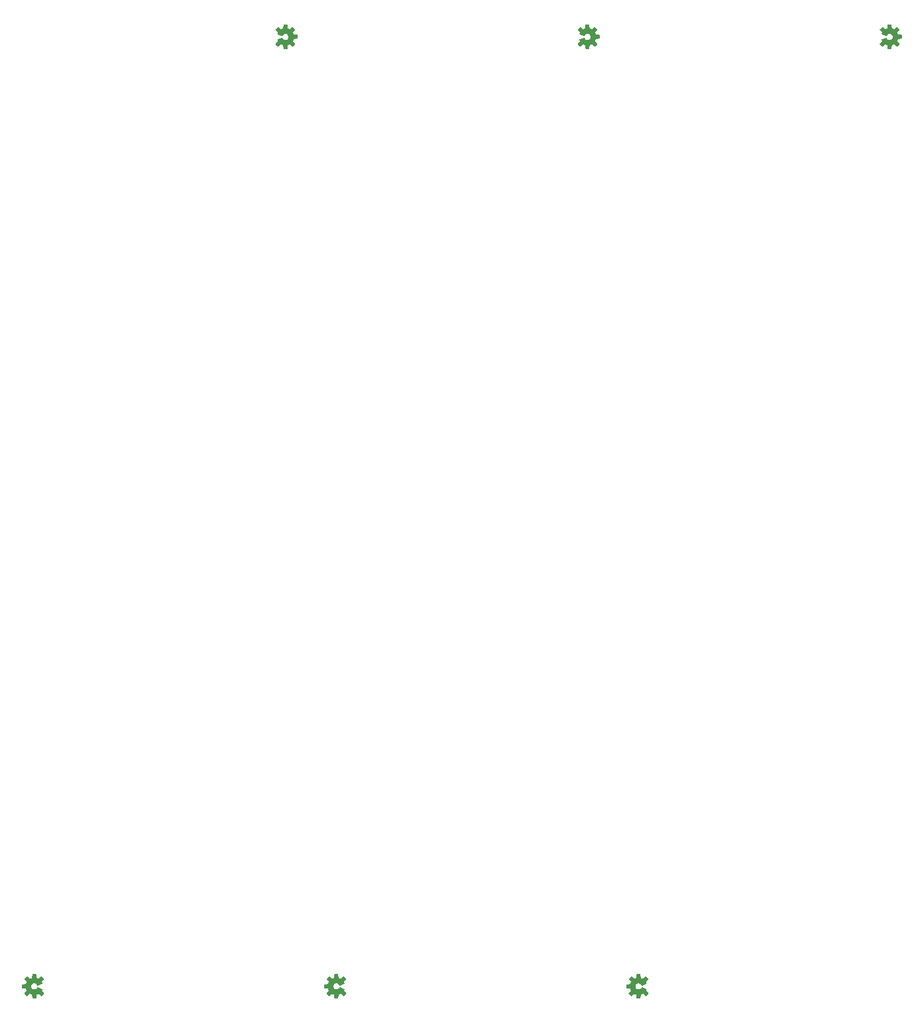
<source format=gbo>
G04 EAGLE Gerber RS-274X export*
G75*
%MOMM*%
%FSLAX34Y34*%
%LPD*%
%INSilkscreen Bottom*%
%IPPOS*%
%AMOC8*
5,1,8,0,0,1.08239X$1,22.5*%
G01*

G36*
X1122126Y1271678D02*
X1122126Y1271678D01*
X1122234Y1271692D01*
X1122246Y1271698D01*
X1122260Y1271700D01*
X1122355Y1271751D01*
X1122453Y1271799D01*
X1122463Y1271808D01*
X1122475Y1271815D01*
X1122549Y1271894D01*
X1122626Y1271970D01*
X1122632Y1271983D01*
X1122642Y1271993D01*
X1122686Y1272092D01*
X1122735Y1272189D01*
X1122738Y1272206D01*
X1122742Y1272215D01*
X1122745Y1272237D01*
X1122764Y1272334D01*
X1123207Y1276684D01*
X1124366Y1277056D01*
X1124384Y1277065D01*
X1124481Y1277103D01*
X1125563Y1277661D01*
X1128952Y1274897D01*
X1129046Y1274843D01*
X1129139Y1274785D01*
X1129152Y1274782D01*
X1129164Y1274775D01*
X1129271Y1274755D01*
X1129376Y1274730D01*
X1129390Y1274731D01*
X1129404Y1274729D01*
X1129511Y1274743D01*
X1129619Y1274754D01*
X1129632Y1274759D01*
X1129645Y1274761D01*
X1129743Y1274809D01*
X1129841Y1274854D01*
X1129855Y1274865D01*
X1129864Y1274870D01*
X1129879Y1274885D01*
X1129956Y1274948D01*
X1132541Y1277533D01*
X1132604Y1277621D01*
X1132670Y1277707D01*
X1132675Y1277720D01*
X1132683Y1277731D01*
X1132714Y1277834D01*
X1132750Y1277937D01*
X1132750Y1277951D01*
X1132754Y1277964D01*
X1132750Y1278073D01*
X1132751Y1278181D01*
X1132746Y1278195D01*
X1132746Y1278208D01*
X1132708Y1278310D01*
X1132673Y1278413D01*
X1132663Y1278428D01*
X1132660Y1278437D01*
X1132646Y1278454D01*
X1132592Y1278536D01*
X1129828Y1281926D01*
X1130385Y1283008D01*
X1130391Y1283027D01*
X1130433Y1283122D01*
X1130804Y1284282D01*
X1135155Y1284724D01*
X1135259Y1284752D01*
X1135365Y1284777D01*
X1135377Y1284784D01*
X1135390Y1284788D01*
X1135480Y1284848D01*
X1135572Y1284906D01*
X1135581Y1284916D01*
X1135593Y1284924D01*
X1135659Y1285010D01*
X1135727Y1285094D01*
X1135732Y1285107D01*
X1135741Y1285118D01*
X1135775Y1285221D01*
X1135814Y1285322D01*
X1135815Y1285340D01*
X1135818Y1285349D01*
X1135818Y1285371D01*
X1135828Y1285469D01*
X1135828Y1289125D01*
X1135810Y1289233D01*
X1135797Y1289340D01*
X1135791Y1289352D01*
X1135788Y1289366D01*
X1135737Y1289462D01*
X1135690Y1289559D01*
X1135680Y1289569D01*
X1135673Y1289581D01*
X1135594Y1289656D01*
X1135518Y1289733D01*
X1135505Y1289739D01*
X1135495Y1289748D01*
X1135397Y1289793D01*
X1135299Y1289841D01*
X1135282Y1289845D01*
X1135273Y1289849D01*
X1135251Y1289851D01*
X1135155Y1289871D01*
X1130804Y1290313D01*
X1130433Y1291473D01*
X1130423Y1291491D01*
X1130385Y1291587D01*
X1129828Y1292669D01*
X1132592Y1296059D01*
X1132645Y1296153D01*
X1132703Y1296245D01*
X1132706Y1296259D01*
X1132713Y1296271D01*
X1132734Y1296377D01*
X1132758Y1296483D01*
X1132757Y1296497D01*
X1132760Y1296510D01*
X1132745Y1296618D01*
X1132735Y1296726D01*
X1132729Y1296738D01*
X1132727Y1296752D01*
X1132679Y1296849D01*
X1132634Y1296948D01*
X1132623Y1296962D01*
X1132619Y1296970D01*
X1132603Y1296986D01*
X1132541Y1297062D01*
X1129956Y1299647D01*
X1129867Y1299711D01*
X1129782Y1299777D01*
X1129768Y1299781D01*
X1129757Y1299789D01*
X1129654Y1299821D01*
X1129551Y1299856D01*
X1129537Y1299856D01*
X1129524Y1299860D01*
X1129416Y1299857D01*
X1129307Y1299857D01*
X1129294Y1299853D01*
X1129280Y1299852D01*
X1129178Y1299814D01*
X1129075Y1299780D01*
X1129061Y1299770D01*
X1129052Y1299766D01*
X1129035Y1299753D01*
X1128952Y1299698D01*
X1125563Y1296934D01*
X1124481Y1297492D01*
X1124461Y1297498D01*
X1124366Y1297539D01*
X1123207Y1297910D01*
X1122764Y1302261D01*
X1122736Y1302366D01*
X1122711Y1302472D01*
X1122704Y1302483D01*
X1122700Y1302497D01*
X1122640Y1302587D01*
X1122583Y1302679D01*
X1122572Y1302688D01*
X1122564Y1302699D01*
X1122478Y1302765D01*
X1122394Y1302834D01*
X1122381Y1302839D01*
X1122370Y1302847D01*
X1122267Y1302882D01*
X1122166Y1302920D01*
X1122148Y1302922D01*
X1122139Y1302925D01*
X1122117Y1302925D01*
X1122019Y1302935D01*
X1118363Y1302935D01*
X1118255Y1302917D01*
X1118148Y1302903D01*
X1118136Y1302897D01*
X1118122Y1302895D01*
X1118026Y1302844D01*
X1117929Y1302796D01*
X1117919Y1302786D01*
X1117907Y1302780D01*
X1117833Y1302701D01*
X1117756Y1302624D01*
X1117749Y1302612D01*
X1117740Y1302602D01*
X1117695Y1302503D01*
X1117647Y1302406D01*
X1117643Y1302389D01*
X1117639Y1302380D01*
X1117637Y1302358D01*
X1117617Y1302261D01*
X1117175Y1297910D01*
X1116016Y1297539D01*
X1115998Y1297530D01*
X1115901Y1297492D01*
X1114819Y1296934D01*
X1111429Y1299698D01*
X1111335Y1299752D01*
X1111243Y1299809D01*
X1111230Y1299813D01*
X1111218Y1299819D01*
X1111111Y1299840D01*
X1111005Y1299865D01*
X1110992Y1299864D01*
X1110978Y1299866D01*
X1110871Y1299852D01*
X1110763Y1299841D01*
X1110750Y1299836D01*
X1110736Y1299834D01*
X1110639Y1299786D01*
X1110540Y1299741D01*
X1110527Y1299730D01*
X1110518Y1299725D01*
X1110502Y1299710D01*
X1110426Y1299647D01*
X1107841Y1297062D01*
X1107778Y1296974D01*
X1107711Y1296888D01*
X1107707Y1296875D01*
X1107699Y1296864D01*
X1107667Y1296760D01*
X1107632Y1296657D01*
X1107632Y1296644D01*
X1107628Y1296630D01*
X1107632Y1296522D01*
X1107631Y1296413D01*
X1107635Y1296400D01*
X1107636Y1296387D01*
X1107674Y1296285D01*
X1107709Y1296182D01*
X1107718Y1296167D01*
X1107722Y1296158D01*
X1107736Y1296141D01*
X1107790Y1296059D01*
X1110554Y1292669D01*
X1109997Y1291588D01*
X1109980Y1291535D01*
X1109954Y1291486D01*
X1109943Y1291419D01*
X1109922Y1291355D01*
X1109923Y1291300D01*
X1109914Y1291245D01*
X1109924Y1291179D01*
X1109925Y1291111D01*
X1109944Y1291059D01*
X1109953Y1291004D01*
X1109985Y1290945D01*
X1110007Y1290881D01*
X1110042Y1290838D01*
X1110068Y1290789D01*
X1110117Y1290743D01*
X1110159Y1290690D01*
X1110205Y1290660D01*
X1110246Y1290622D01*
X1110351Y1290566D01*
X1110364Y1290558D01*
X1110369Y1290556D01*
X1110376Y1290552D01*
X1115573Y1288399D01*
X1115672Y1288376D01*
X1115769Y1288348D01*
X1115790Y1288349D01*
X1115811Y1288344D01*
X1115912Y1288354D01*
X1116013Y1288358D01*
X1116033Y1288366D01*
X1116054Y1288368D01*
X1116146Y1288410D01*
X1116241Y1288446D01*
X1116257Y1288460D01*
X1116276Y1288468D01*
X1116350Y1288538D01*
X1116428Y1288603D01*
X1116444Y1288625D01*
X1116454Y1288635D01*
X1116465Y1288656D01*
X1116513Y1288724D01*
X1117019Y1289623D01*
X1117663Y1290310D01*
X1118451Y1290824D01*
X1119339Y1291136D01*
X1120276Y1291228D01*
X1121208Y1291095D01*
X1122082Y1290744D01*
X1122847Y1290196D01*
X1123460Y1289481D01*
X1123885Y1288642D01*
X1124099Y1287725D01*
X1124089Y1286784D01*
X1123855Y1285872D01*
X1123411Y1285041D01*
X1122783Y1284340D01*
X1122006Y1283809D01*
X1121125Y1283477D01*
X1120190Y1283364D01*
X1119272Y1283473D01*
X1118405Y1283792D01*
X1117636Y1284306D01*
X1117009Y1284985D01*
X1116514Y1285869D01*
X1116450Y1285950D01*
X1116390Y1286033D01*
X1116374Y1286045D01*
X1116361Y1286060D01*
X1116275Y1286115D01*
X1116192Y1286175D01*
X1116173Y1286181D01*
X1116156Y1286192D01*
X1116056Y1286216D01*
X1115958Y1286246D01*
X1115938Y1286246D01*
X1115919Y1286250D01*
X1115817Y1286242D01*
X1115714Y1286238D01*
X1115690Y1286231D01*
X1115676Y1286230D01*
X1115653Y1286220D01*
X1115573Y1286196D01*
X1110376Y1284043D01*
X1110329Y1284013D01*
X1110277Y1283993D01*
X1110226Y1283949D01*
X1110169Y1283914D01*
X1110134Y1283871D01*
X1110091Y1283835D01*
X1110057Y1283777D01*
X1110014Y1283725D01*
X1109994Y1283673D01*
X1109966Y1283626D01*
X1109952Y1283560D01*
X1109928Y1283497D01*
X1109926Y1283441D01*
X1109914Y1283387D01*
X1109922Y1283320D01*
X1109920Y1283253D01*
X1109936Y1283200D01*
X1109942Y1283145D01*
X1109986Y1283033D01*
X1109991Y1283019D01*
X1109994Y1283015D01*
X1109997Y1283007D01*
X1110554Y1281926D01*
X1107790Y1278536D01*
X1107736Y1278442D01*
X1107679Y1278350D01*
X1107676Y1278336D01*
X1107669Y1278324D01*
X1107648Y1278218D01*
X1107623Y1278112D01*
X1107625Y1278098D01*
X1107622Y1278085D01*
X1107636Y1277977D01*
X1107647Y1277869D01*
X1107653Y1277857D01*
X1107654Y1277843D01*
X1107703Y1277746D01*
X1107747Y1277647D01*
X1107759Y1277633D01*
X1107763Y1277624D01*
X1107778Y1277609D01*
X1107841Y1277533D01*
X1110426Y1274948D01*
X1110514Y1274884D01*
X1110600Y1274818D01*
X1110613Y1274814D01*
X1110624Y1274805D01*
X1110728Y1274774D01*
X1110831Y1274739D01*
X1110845Y1274739D01*
X1110858Y1274735D01*
X1110966Y1274738D01*
X1111075Y1274738D01*
X1111088Y1274742D01*
X1111102Y1274743D01*
X1111203Y1274781D01*
X1111306Y1274815D01*
X1111321Y1274825D01*
X1111330Y1274828D01*
X1111347Y1274842D01*
X1111429Y1274897D01*
X1114819Y1277661D01*
X1115901Y1277103D01*
X1115920Y1277097D01*
X1116016Y1277056D01*
X1117175Y1276684D01*
X1117617Y1272334D01*
X1117646Y1272229D01*
X1117670Y1272123D01*
X1117678Y1272111D01*
X1117681Y1272098D01*
X1117742Y1272008D01*
X1117799Y1271916D01*
X1117810Y1271907D01*
X1117817Y1271896D01*
X1117904Y1271830D01*
X1117988Y1271761D01*
X1118001Y1271756D01*
X1118011Y1271748D01*
X1118114Y1271713D01*
X1118216Y1271675D01*
X1118233Y1271673D01*
X1118243Y1271670D01*
X1118264Y1271670D01*
X1118363Y1271660D01*
X1122019Y1271660D01*
X1122126Y1271678D01*
G37*
G36*
X351973Y1271678D02*
X351973Y1271678D01*
X352080Y1271692D01*
X352092Y1271698D01*
X352106Y1271700D01*
X352202Y1271751D01*
X352299Y1271799D01*
X352309Y1271808D01*
X352321Y1271815D01*
X352396Y1271894D01*
X352473Y1271970D01*
X352479Y1271983D01*
X352488Y1271993D01*
X352533Y1272092D01*
X352581Y1272189D01*
X352585Y1272206D01*
X352589Y1272215D01*
X352591Y1272237D01*
X352611Y1272334D01*
X353053Y1276684D01*
X354213Y1277056D01*
X354231Y1277065D01*
X354327Y1277103D01*
X355409Y1277661D01*
X358799Y1274897D01*
X358893Y1274843D01*
X358985Y1274785D01*
X358999Y1274782D01*
X359011Y1274775D01*
X359117Y1274755D01*
X359223Y1274730D01*
X359237Y1274731D01*
X359250Y1274729D01*
X359358Y1274743D01*
X359466Y1274754D01*
X359478Y1274759D01*
X359492Y1274761D01*
X359589Y1274809D01*
X359688Y1274854D01*
X359702Y1274865D01*
X359710Y1274870D01*
X359726Y1274885D01*
X359802Y1274948D01*
X362387Y1277533D01*
X362451Y1277621D01*
X362517Y1277707D01*
X362521Y1277720D01*
X362529Y1277731D01*
X362561Y1277834D01*
X362596Y1277937D01*
X362596Y1277951D01*
X362600Y1277964D01*
X362597Y1278073D01*
X362597Y1278181D01*
X362593Y1278195D01*
X362592Y1278208D01*
X362554Y1278310D01*
X362520Y1278413D01*
X362510Y1278428D01*
X362506Y1278437D01*
X362493Y1278454D01*
X362438Y1278536D01*
X359674Y1281926D01*
X360232Y1283008D01*
X360238Y1283027D01*
X360279Y1283122D01*
X360650Y1284282D01*
X365001Y1284724D01*
X365106Y1284752D01*
X365212Y1284777D01*
X365223Y1284784D01*
X365237Y1284788D01*
X365327Y1284848D01*
X365419Y1284906D01*
X365428Y1284916D01*
X365439Y1284924D01*
X365505Y1285010D01*
X365574Y1285094D01*
X365579Y1285107D01*
X365587Y1285118D01*
X365622Y1285221D01*
X365660Y1285322D01*
X365662Y1285340D01*
X365665Y1285349D01*
X365665Y1285371D01*
X365675Y1285469D01*
X365675Y1289125D01*
X365657Y1289233D01*
X365643Y1289340D01*
X365637Y1289352D01*
X365635Y1289366D01*
X365584Y1289462D01*
X365536Y1289559D01*
X365526Y1289569D01*
X365520Y1289581D01*
X365441Y1289656D01*
X365364Y1289733D01*
X365352Y1289739D01*
X365342Y1289748D01*
X365243Y1289793D01*
X365146Y1289841D01*
X365129Y1289845D01*
X365120Y1289849D01*
X365098Y1289851D01*
X365001Y1289871D01*
X360650Y1290313D01*
X360279Y1291473D01*
X360270Y1291491D01*
X360232Y1291587D01*
X359674Y1292669D01*
X362438Y1296059D01*
X362492Y1296153D01*
X362549Y1296245D01*
X362553Y1296259D01*
X362559Y1296271D01*
X362580Y1296377D01*
X362605Y1296483D01*
X362604Y1296497D01*
X362606Y1296510D01*
X362592Y1296618D01*
X362581Y1296726D01*
X362576Y1296738D01*
X362574Y1296752D01*
X362526Y1296849D01*
X362481Y1296948D01*
X362470Y1296962D01*
X362465Y1296970D01*
X362450Y1296986D01*
X362387Y1297062D01*
X359802Y1299647D01*
X359714Y1299711D01*
X359628Y1299777D01*
X359615Y1299781D01*
X359604Y1299789D01*
X359500Y1299821D01*
X359397Y1299856D01*
X359384Y1299856D01*
X359370Y1299860D01*
X359262Y1299857D01*
X359153Y1299857D01*
X359140Y1299853D01*
X359127Y1299852D01*
X359025Y1299814D01*
X358922Y1299780D01*
X358907Y1299770D01*
X358898Y1299766D01*
X358881Y1299753D01*
X358799Y1299698D01*
X355409Y1296934D01*
X354327Y1297492D01*
X354308Y1297498D01*
X354213Y1297539D01*
X353053Y1297910D01*
X352611Y1302261D01*
X352582Y1302366D01*
X352558Y1302472D01*
X352551Y1302483D01*
X352547Y1302497D01*
X352486Y1302587D01*
X352429Y1302679D01*
X352419Y1302688D01*
X352411Y1302699D01*
X352324Y1302765D01*
X352241Y1302834D01*
X352228Y1302839D01*
X352217Y1302847D01*
X352114Y1302882D01*
X352012Y1302920D01*
X351995Y1302922D01*
X351986Y1302925D01*
X351964Y1302925D01*
X351865Y1302935D01*
X348209Y1302935D01*
X348102Y1302917D01*
X347995Y1302903D01*
X347982Y1302897D01*
X347969Y1302895D01*
X347873Y1302844D01*
X347775Y1302796D01*
X347766Y1302786D01*
X347753Y1302780D01*
X347679Y1302701D01*
X347602Y1302624D01*
X347596Y1302612D01*
X347587Y1302602D01*
X347542Y1302503D01*
X347493Y1302406D01*
X347490Y1302389D01*
X347486Y1302380D01*
X347484Y1302358D01*
X347464Y1302261D01*
X347022Y1297910D01*
X345862Y1297539D01*
X345844Y1297530D01*
X345748Y1297492D01*
X344666Y1296934D01*
X341276Y1299698D01*
X341182Y1299752D01*
X341090Y1299809D01*
X341076Y1299813D01*
X341064Y1299819D01*
X340958Y1299840D01*
X340852Y1299865D01*
X340838Y1299864D01*
X340825Y1299866D01*
X340717Y1299852D01*
X340609Y1299841D01*
X340597Y1299836D01*
X340583Y1299834D01*
X340486Y1299786D01*
X340387Y1299741D01*
X340373Y1299730D01*
X340364Y1299725D01*
X340349Y1299710D01*
X340273Y1299647D01*
X337688Y1297062D01*
X337624Y1296974D01*
X337558Y1296888D01*
X337554Y1296875D01*
X337545Y1296864D01*
X337514Y1296760D01*
X337479Y1296657D01*
X337479Y1296644D01*
X337475Y1296630D01*
X337478Y1296522D01*
X337478Y1296413D01*
X337482Y1296400D01*
X337483Y1296387D01*
X337521Y1296285D01*
X337555Y1296182D01*
X337565Y1296167D01*
X337568Y1296158D01*
X337582Y1296141D01*
X337637Y1296059D01*
X340401Y1292669D01*
X339843Y1291588D01*
X339826Y1291535D01*
X339800Y1291486D01*
X339789Y1291419D01*
X339768Y1291355D01*
X339769Y1291300D01*
X339760Y1291245D01*
X339771Y1291179D01*
X339772Y1291111D01*
X339791Y1291059D01*
X339800Y1291004D01*
X339831Y1290945D01*
X339854Y1290881D01*
X339888Y1290838D01*
X339915Y1290789D01*
X339964Y1290743D01*
X340005Y1290690D01*
X340052Y1290660D01*
X340092Y1290622D01*
X340198Y1290566D01*
X340210Y1290558D01*
X340215Y1290556D01*
X340223Y1290552D01*
X345420Y1288399D01*
X345518Y1288376D01*
X345616Y1288348D01*
X345637Y1288349D01*
X345657Y1288344D01*
X345758Y1288354D01*
X345860Y1288358D01*
X345879Y1288366D01*
X345900Y1288368D01*
X345993Y1288410D01*
X346087Y1288446D01*
X346103Y1288460D01*
X346122Y1288468D01*
X346196Y1288538D01*
X346274Y1288603D01*
X346290Y1288625D01*
X346301Y1288635D01*
X346312Y1288656D01*
X346359Y1288724D01*
X346866Y1289623D01*
X347509Y1290310D01*
X348298Y1290824D01*
X349186Y1291136D01*
X350123Y1291228D01*
X351055Y1291095D01*
X351928Y1290744D01*
X352693Y1290196D01*
X353306Y1289481D01*
X353732Y1288642D01*
X353946Y1287725D01*
X353935Y1286784D01*
X353702Y1285872D01*
X353258Y1285041D01*
X352630Y1284340D01*
X351853Y1283809D01*
X350972Y1283477D01*
X350036Y1283364D01*
X349119Y1283473D01*
X348252Y1283792D01*
X347483Y1284306D01*
X346855Y1284985D01*
X346360Y1285869D01*
X346296Y1285950D01*
X346237Y1286033D01*
X346220Y1286045D01*
X346208Y1286060D01*
X346122Y1286115D01*
X346038Y1286175D01*
X346019Y1286181D01*
X346002Y1286192D01*
X345903Y1286216D01*
X345805Y1286246D01*
X345785Y1286246D01*
X345766Y1286250D01*
X345663Y1286242D01*
X345561Y1286238D01*
X345536Y1286231D01*
X345522Y1286230D01*
X345500Y1286220D01*
X345420Y1286196D01*
X340223Y1284043D01*
X340176Y1284013D01*
X340124Y1283993D01*
X340073Y1283949D01*
X340015Y1283914D01*
X339980Y1283871D01*
X339938Y1283835D01*
X339903Y1283777D01*
X339861Y1283725D01*
X339841Y1283673D01*
X339813Y1283626D01*
X339798Y1283560D01*
X339775Y1283497D01*
X339773Y1283441D01*
X339761Y1283387D01*
X339769Y1283320D01*
X339767Y1283253D01*
X339783Y1283200D01*
X339789Y1283145D01*
X339833Y1283033D01*
X339837Y1283019D01*
X339840Y1283015D01*
X339843Y1283007D01*
X340401Y1281926D01*
X337637Y1278536D01*
X337583Y1278442D01*
X337525Y1278350D01*
X337522Y1278336D01*
X337515Y1278324D01*
X337495Y1278218D01*
X337470Y1278112D01*
X337471Y1278098D01*
X337469Y1278085D01*
X337483Y1277977D01*
X337494Y1277869D01*
X337499Y1277857D01*
X337501Y1277843D01*
X337549Y1277746D01*
X337594Y1277647D01*
X337605Y1277633D01*
X337610Y1277624D01*
X337625Y1277609D01*
X337688Y1277533D01*
X340273Y1274948D01*
X340361Y1274884D01*
X340447Y1274818D01*
X340460Y1274814D01*
X340471Y1274805D01*
X340574Y1274774D01*
X340677Y1274739D01*
X340691Y1274739D01*
X340704Y1274735D01*
X340813Y1274738D01*
X340921Y1274738D01*
X340935Y1274742D01*
X340948Y1274743D01*
X341050Y1274781D01*
X341153Y1274815D01*
X341168Y1274825D01*
X341177Y1274828D01*
X341194Y1274842D01*
X341276Y1274897D01*
X344666Y1277661D01*
X345748Y1277103D01*
X345767Y1277097D01*
X345862Y1277056D01*
X347022Y1276684D01*
X347464Y1272334D01*
X347492Y1272229D01*
X347517Y1272123D01*
X347524Y1272111D01*
X347528Y1272098D01*
X347588Y1272008D01*
X347646Y1271916D01*
X347656Y1271907D01*
X347664Y1271896D01*
X347750Y1271830D01*
X347834Y1271761D01*
X347847Y1271756D01*
X347858Y1271748D01*
X347961Y1271713D01*
X348062Y1271675D01*
X348080Y1271673D01*
X348089Y1271670D01*
X348111Y1271670D01*
X348209Y1271660D01*
X351865Y1271660D01*
X351973Y1271678D01*
G37*
G36*
X737037Y1271678D02*
X737037Y1271678D01*
X737144Y1271692D01*
X737156Y1271698D01*
X737170Y1271700D01*
X737266Y1271751D01*
X737363Y1271799D01*
X737373Y1271808D01*
X737385Y1271815D01*
X737460Y1271894D01*
X737537Y1271970D01*
X737543Y1271983D01*
X737552Y1271993D01*
X737597Y1272092D01*
X737645Y1272189D01*
X737649Y1272206D01*
X737653Y1272215D01*
X737655Y1272237D01*
X737675Y1272334D01*
X738117Y1276684D01*
X739277Y1277056D01*
X739295Y1277065D01*
X739391Y1277103D01*
X740473Y1277661D01*
X743863Y1274897D01*
X743957Y1274843D01*
X744049Y1274785D01*
X744063Y1274782D01*
X744075Y1274775D01*
X744181Y1274755D01*
X744287Y1274730D01*
X744301Y1274731D01*
X744314Y1274729D01*
X744422Y1274743D01*
X744530Y1274754D01*
X744542Y1274759D01*
X744556Y1274761D01*
X744653Y1274809D01*
X744752Y1274854D01*
X744766Y1274865D01*
X744774Y1274870D01*
X744790Y1274885D01*
X744866Y1274948D01*
X747451Y1277533D01*
X747515Y1277621D01*
X747581Y1277707D01*
X747585Y1277720D01*
X747593Y1277731D01*
X747625Y1277834D01*
X747660Y1277937D01*
X747660Y1277951D01*
X747664Y1277964D01*
X747661Y1278073D01*
X747661Y1278181D01*
X747657Y1278195D01*
X747656Y1278208D01*
X747618Y1278310D01*
X747584Y1278413D01*
X747574Y1278428D01*
X747570Y1278437D01*
X747557Y1278454D01*
X747502Y1278536D01*
X744738Y1281926D01*
X745296Y1283008D01*
X745302Y1283027D01*
X745343Y1283122D01*
X745714Y1284282D01*
X750065Y1284724D01*
X750170Y1284752D01*
X750276Y1284777D01*
X750287Y1284784D01*
X750301Y1284788D01*
X750391Y1284848D01*
X750483Y1284906D01*
X750492Y1284916D01*
X750503Y1284924D01*
X750569Y1285010D01*
X750638Y1285094D01*
X750643Y1285107D01*
X750651Y1285118D01*
X750686Y1285221D01*
X750724Y1285322D01*
X750726Y1285340D01*
X750729Y1285349D01*
X750729Y1285371D01*
X750739Y1285469D01*
X750739Y1289125D01*
X750721Y1289233D01*
X750707Y1289340D01*
X750701Y1289352D01*
X750699Y1289366D01*
X750648Y1289462D01*
X750600Y1289559D01*
X750590Y1289569D01*
X750584Y1289581D01*
X750505Y1289656D01*
X750428Y1289733D01*
X750416Y1289739D01*
X750406Y1289748D01*
X750307Y1289793D01*
X750210Y1289841D01*
X750193Y1289845D01*
X750184Y1289849D01*
X750162Y1289851D01*
X750065Y1289871D01*
X745714Y1290313D01*
X745343Y1291473D01*
X745334Y1291491D01*
X745296Y1291587D01*
X744738Y1292669D01*
X747502Y1296059D01*
X747556Y1296153D01*
X747613Y1296245D01*
X747617Y1296259D01*
X747623Y1296271D01*
X747644Y1296377D01*
X747669Y1296483D01*
X747668Y1296497D01*
X747670Y1296510D01*
X747656Y1296618D01*
X747645Y1296726D01*
X747640Y1296738D01*
X747638Y1296752D01*
X747590Y1296849D01*
X747545Y1296948D01*
X747534Y1296962D01*
X747529Y1296970D01*
X747514Y1296986D01*
X747451Y1297062D01*
X744866Y1299647D01*
X744778Y1299711D01*
X744692Y1299777D01*
X744679Y1299781D01*
X744668Y1299789D01*
X744564Y1299821D01*
X744461Y1299856D01*
X744448Y1299856D01*
X744434Y1299860D01*
X744326Y1299857D01*
X744217Y1299857D01*
X744204Y1299853D01*
X744191Y1299852D01*
X744089Y1299814D01*
X743986Y1299780D01*
X743971Y1299770D01*
X743962Y1299766D01*
X743945Y1299753D01*
X743863Y1299698D01*
X740473Y1296934D01*
X739391Y1297492D01*
X739372Y1297498D01*
X739277Y1297539D01*
X738117Y1297910D01*
X737675Y1302261D01*
X737646Y1302366D01*
X737622Y1302472D01*
X737615Y1302483D01*
X737611Y1302497D01*
X737550Y1302587D01*
X737493Y1302679D01*
X737483Y1302688D01*
X737475Y1302699D01*
X737388Y1302765D01*
X737305Y1302834D01*
X737292Y1302839D01*
X737281Y1302847D01*
X737178Y1302882D01*
X737076Y1302920D01*
X737059Y1302922D01*
X737050Y1302925D01*
X737028Y1302925D01*
X736929Y1302935D01*
X733273Y1302935D01*
X733166Y1302917D01*
X733059Y1302903D01*
X733046Y1302897D01*
X733033Y1302895D01*
X732937Y1302844D01*
X732839Y1302796D01*
X732830Y1302786D01*
X732817Y1302780D01*
X732743Y1302701D01*
X732666Y1302624D01*
X732660Y1302612D01*
X732651Y1302602D01*
X732606Y1302503D01*
X732557Y1302406D01*
X732554Y1302389D01*
X732550Y1302380D01*
X732548Y1302358D01*
X732528Y1302261D01*
X732086Y1297910D01*
X730926Y1297539D01*
X730908Y1297530D01*
X730812Y1297492D01*
X729730Y1296934D01*
X726340Y1299698D01*
X726246Y1299752D01*
X726154Y1299809D01*
X726140Y1299813D01*
X726128Y1299819D01*
X726022Y1299840D01*
X725916Y1299865D01*
X725902Y1299864D01*
X725889Y1299866D01*
X725781Y1299852D01*
X725673Y1299841D01*
X725661Y1299836D01*
X725647Y1299834D01*
X725550Y1299786D01*
X725451Y1299741D01*
X725437Y1299730D01*
X725428Y1299725D01*
X725413Y1299710D01*
X725337Y1299647D01*
X722752Y1297062D01*
X722688Y1296974D01*
X722622Y1296888D01*
X722618Y1296875D01*
X722609Y1296864D01*
X722578Y1296760D01*
X722543Y1296657D01*
X722543Y1296644D01*
X722539Y1296630D01*
X722542Y1296522D01*
X722542Y1296413D01*
X722546Y1296400D01*
X722547Y1296387D01*
X722585Y1296285D01*
X722619Y1296182D01*
X722629Y1296167D01*
X722632Y1296158D01*
X722646Y1296141D01*
X722701Y1296059D01*
X725465Y1292669D01*
X724907Y1291588D01*
X724890Y1291535D01*
X724864Y1291486D01*
X724853Y1291419D01*
X724832Y1291355D01*
X724833Y1291300D01*
X724824Y1291245D01*
X724835Y1291179D01*
X724836Y1291111D01*
X724855Y1291059D01*
X724864Y1291004D01*
X724895Y1290945D01*
X724918Y1290881D01*
X724952Y1290838D01*
X724979Y1290789D01*
X725028Y1290743D01*
X725069Y1290690D01*
X725116Y1290660D01*
X725156Y1290622D01*
X725262Y1290566D01*
X725274Y1290558D01*
X725279Y1290556D01*
X725287Y1290552D01*
X730484Y1288399D01*
X730582Y1288376D01*
X730680Y1288348D01*
X730701Y1288349D01*
X730721Y1288344D01*
X730822Y1288354D01*
X730924Y1288358D01*
X730943Y1288366D01*
X730964Y1288368D01*
X731057Y1288410D01*
X731151Y1288446D01*
X731167Y1288460D01*
X731186Y1288468D01*
X731260Y1288538D01*
X731338Y1288603D01*
X731354Y1288625D01*
X731365Y1288635D01*
X731376Y1288656D01*
X731423Y1288724D01*
X731930Y1289623D01*
X732573Y1290310D01*
X733362Y1290824D01*
X734250Y1291136D01*
X735187Y1291228D01*
X736119Y1291095D01*
X736992Y1290744D01*
X737757Y1290196D01*
X738370Y1289481D01*
X738796Y1288642D01*
X739010Y1287725D01*
X738999Y1286784D01*
X738766Y1285872D01*
X738322Y1285041D01*
X737694Y1284340D01*
X736917Y1283809D01*
X736036Y1283477D01*
X735100Y1283364D01*
X734183Y1283473D01*
X733316Y1283792D01*
X732547Y1284306D01*
X731919Y1284985D01*
X731424Y1285869D01*
X731360Y1285950D01*
X731301Y1286033D01*
X731284Y1286045D01*
X731272Y1286060D01*
X731186Y1286115D01*
X731102Y1286175D01*
X731083Y1286181D01*
X731066Y1286192D01*
X730967Y1286216D01*
X730869Y1286246D01*
X730849Y1286246D01*
X730830Y1286250D01*
X730727Y1286242D01*
X730625Y1286238D01*
X730600Y1286231D01*
X730586Y1286230D01*
X730564Y1286220D01*
X730484Y1286196D01*
X725287Y1284043D01*
X725240Y1284013D01*
X725188Y1283993D01*
X725137Y1283949D01*
X725079Y1283914D01*
X725044Y1283871D01*
X725002Y1283835D01*
X724967Y1283777D01*
X724925Y1283725D01*
X724905Y1283673D01*
X724877Y1283626D01*
X724862Y1283560D01*
X724839Y1283497D01*
X724837Y1283441D01*
X724825Y1283387D01*
X724833Y1283320D01*
X724831Y1283253D01*
X724847Y1283200D01*
X724853Y1283145D01*
X724897Y1283033D01*
X724901Y1283019D01*
X724904Y1283015D01*
X724907Y1283007D01*
X725465Y1281926D01*
X722701Y1278536D01*
X722647Y1278442D01*
X722589Y1278350D01*
X722586Y1278336D01*
X722579Y1278324D01*
X722559Y1278218D01*
X722534Y1278112D01*
X722535Y1278098D01*
X722533Y1278085D01*
X722547Y1277977D01*
X722558Y1277869D01*
X722563Y1277857D01*
X722565Y1277843D01*
X722613Y1277746D01*
X722658Y1277647D01*
X722669Y1277633D01*
X722674Y1277624D01*
X722689Y1277609D01*
X722752Y1277533D01*
X725337Y1274948D01*
X725425Y1274884D01*
X725511Y1274818D01*
X725524Y1274814D01*
X725535Y1274805D01*
X725638Y1274774D01*
X725741Y1274739D01*
X725755Y1274739D01*
X725768Y1274735D01*
X725877Y1274738D01*
X725985Y1274738D01*
X725999Y1274742D01*
X726012Y1274743D01*
X726114Y1274781D01*
X726217Y1274815D01*
X726232Y1274825D01*
X726241Y1274828D01*
X726258Y1274842D01*
X726340Y1274897D01*
X729730Y1277661D01*
X730812Y1277103D01*
X730831Y1277097D01*
X730926Y1277056D01*
X732086Y1276684D01*
X732528Y1272334D01*
X732556Y1272229D01*
X732581Y1272123D01*
X732588Y1272111D01*
X732592Y1272098D01*
X732652Y1272008D01*
X732710Y1271916D01*
X732720Y1271907D01*
X732728Y1271896D01*
X732814Y1271830D01*
X732898Y1271761D01*
X732911Y1271756D01*
X732922Y1271748D01*
X733025Y1271713D01*
X733126Y1271675D01*
X733144Y1271673D01*
X733153Y1271670D01*
X733175Y1271670D01*
X733273Y1271660D01*
X736929Y1271660D01*
X737037Y1271678D01*
G37*
G36*
X802061Y60580D02*
X802061Y60580D01*
X802168Y60594D01*
X802180Y60600D01*
X802194Y60602D01*
X802290Y60654D01*
X802387Y60701D01*
X802397Y60711D01*
X802409Y60717D01*
X802484Y60797D01*
X802561Y60873D01*
X802567Y60885D01*
X802576Y60896D01*
X802621Y60994D01*
X802669Y61091D01*
X802673Y61109D01*
X802677Y61118D01*
X802679Y61139D01*
X802699Y61236D01*
X803141Y65587D01*
X804301Y65958D01*
X804319Y65968D01*
X804415Y66006D01*
X805497Y66563D01*
X808887Y63799D01*
X808981Y63745D01*
X809073Y63688D01*
X809087Y63685D01*
X809099Y63678D01*
X809205Y63657D01*
X809311Y63632D01*
X809325Y63634D01*
X809338Y63631D01*
X809446Y63646D01*
X809554Y63656D01*
X809566Y63662D01*
X809580Y63664D01*
X809677Y63712D01*
X809776Y63757D01*
X809790Y63768D01*
X809798Y63772D01*
X809814Y63788D01*
X809890Y63850D01*
X812475Y66435D01*
X812539Y66524D01*
X812605Y66609D01*
X812609Y66622D01*
X812617Y66634D01*
X812649Y66737D01*
X812684Y66840D01*
X812684Y66854D01*
X812688Y66867D01*
X812685Y66975D01*
X812685Y67084D01*
X812681Y67097D01*
X812680Y67111D01*
X812642Y67213D01*
X812608Y67315D01*
X812598Y67330D01*
X812594Y67339D01*
X812581Y67356D01*
X812526Y67438D01*
X809762Y70828D01*
X810319Y71910D01*
X810337Y71963D01*
X810363Y72012D01*
X810374Y72078D01*
X810394Y72142D01*
X810394Y72198D01*
X810403Y72252D01*
X810392Y72319D01*
X810391Y72386D01*
X810372Y72438D01*
X810363Y72493D01*
X810331Y72553D01*
X810309Y72616D01*
X810275Y72659D01*
X810248Y72709D01*
X810199Y72755D01*
X810158Y72807D01*
X810111Y72838D01*
X810070Y72876D01*
X809965Y72932D01*
X809953Y72940D01*
X809948Y72941D01*
X809940Y72945D01*
X804743Y75098D01*
X804645Y75121D01*
X804547Y75150D01*
X804526Y75149D01*
X804506Y75154D01*
X804405Y75144D01*
X804303Y75139D01*
X804284Y75132D01*
X804263Y75130D01*
X804170Y75088D01*
X804076Y75051D01*
X804059Y75038D01*
X804040Y75029D01*
X803966Y74960D01*
X803888Y74895D01*
X803873Y74872D01*
X803862Y74862D01*
X803851Y74841D01*
X803804Y74774D01*
X803297Y73875D01*
X802654Y73188D01*
X801865Y72673D01*
X800977Y72361D01*
X800040Y72269D01*
X799108Y72402D01*
X798235Y72753D01*
X797469Y73302D01*
X796857Y74016D01*
X796431Y74856D01*
X796217Y75773D01*
X796228Y76714D01*
X796461Y77626D01*
X796905Y78456D01*
X797533Y79157D01*
X798310Y79689D01*
X799191Y80020D01*
X800126Y80133D01*
X801044Y80025D01*
X801911Y79705D01*
X802680Y79191D01*
X803308Y78512D01*
X803803Y77628D01*
X803867Y77548D01*
X803926Y77465D01*
X803942Y77453D01*
X803955Y77437D01*
X804041Y77382D01*
X804124Y77322D01*
X804144Y77316D01*
X804160Y77306D01*
X804260Y77281D01*
X804358Y77251D01*
X804378Y77252D01*
X804397Y77247D01*
X804499Y77256D01*
X804602Y77259D01*
X804627Y77267D01*
X804640Y77268D01*
X804663Y77278D01*
X804743Y77302D01*
X809940Y79455D01*
X809987Y79484D01*
X810039Y79505D01*
X810090Y79548D01*
X810147Y79584D01*
X810183Y79627D01*
X810225Y79663D01*
X810259Y79720D01*
X810302Y79772D01*
X810322Y79824D01*
X810350Y79872D01*
X810364Y79938D01*
X810388Y80001D01*
X810390Y80056D01*
X810402Y80110D01*
X810394Y80177D01*
X810396Y80244D01*
X810380Y80298D01*
X810374Y80353D01*
X810330Y80464D01*
X810326Y80478D01*
X810323Y80482D01*
X810319Y80490D01*
X809762Y81572D01*
X812526Y84962D01*
X812580Y85056D01*
X812637Y85148D01*
X812641Y85161D01*
X812647Y85173D01*
X812668Y85280D01*
X812693Y85385D01*
X812692Y85399D01*
X812694Y85413D01*
X812680Y85520D01*
X812669Y85628D01*
X812664Y85641D01*
X812662Y85655D01*
X812614Y85752D01*
X812569Y85851D01*
X812558Y85864D01*
X812553Y85873D01*
X812538Y85888D01*
X812475Y85965D01*
X809890Y88550D01*
X809802Y88613D01*
X809716Y88679D01*
X809703Y88684D01*
X809692Y88692D01*
X809588Y88723D01*
X809485Y88759D01*
X809472Y88759D01*
X809458Y88763D01*
X809350Y88759D01*
X809241Y88760D01*
X809228Y88755D01*
X809215Y88755D01*
X809113Y88717D01*
X809010Y88682D01*
X808995Y88673D01*
X808986Y88669D01*
X808969Y88655D01*
X808887Y88601D01*
X805497Y85837D01*
X804415Y86394D01*
X804396Y86400D01*
X804301Y86442D01*
X803141Y86813D01*
X802699Y91164D01*
X802670Y91268D01*
X802646Y91374D01*
X802639Y91386D01*
X802635Y91399D01*
X802574Y91489D01*
X802517Y91582D01*
X802507Y91590D01*
X802499Y91602D01*
X802412Y91668D01*
X802329Y91737D01*
X802316Y91741D01*
X802305Y91750D01*
X802202Y91784D01*
X802100Y91823D01*
X802083Y91824D01*
X802074Y91828D01*
X802052Y91828D01*
X801953Y91837D01*
X798297Y91837D01*
X798190Y91820D01*
X798083Y91806D01*
X798070Y91800D01*
X798057Y91798D01*
X797961Y91746D01*
X797863Y91699D01*
X797854Y91689D01*
X797841Y91683D01*
X797767Y91603D01*
X797690Y91527D01*
X797684Y91515D01*
X797675Y91505D01*
X797630Y91406D01*
X797581Y91309D01*
X797578Y91291D01*
X797574Y91282D01*
X797572Y91261D01*
X797552Y91164D01*
X797110Y86813D01*
X795950Y86442D01*
X795932Y86432D01*
X795836Y86394D01*
X794754Y85837D01*
X791364Y88601D01*
X791270Y88655D01*
X791178Y88712D01*
X791164Y88715D01*
X791152Y88722D01*
X791046Y88743D01*
X790940Y88768D01*
X790926Y88766D01*
X790913Y88769D01*
X790805Y88754D01*
X790697Y88744D01*
X790685Y88738D01*
X790671Y88736D01*
X790574Y88688D01*
X790475Y88643D01*
X790461Y88632D01*
X790452Y88628D01*
X790437Y88612D01*
X790361Y88550D01*
X787776Y85965D01*
X787712Y85876D01*
X787646Y85791D01*
X787642Y85778D01*
X787633Y85766D01*
X787602Y85663D01*
X787567Y85560D01*
X787567Y85546D01*
X787563Y85533D01*
X787566Y85425D01*
X787566Y85316D01*
X787570Y85303D01*
X787571Y85289D01*
X787609Y85187D01*
X787643Y85085D01*
X787653Y85070D01*
X787656Y85061D01*
X787670Y85044D01*
X787725Y84962D01*
X790489Y81572D01*
X789931Y80490D01*
X789925Y80470D01*
X789884Y80375D01*
X789512Y79216D01*
X785162Y78773D01*
X785057Y78745D01*
X784951Y78720D01*
X784939Y78713D01*
X784926Y78710D01*
X784836Y78649D01*
X784744Y78592D01*
X784735Y78581D01*
X784724Y78573D01*
X784658Y78487D01*
X784589Y78403D01*
X784584Y78390D01*
X784576Y78379D01*
X784541Y78276D01*
X784503Y78175D01*
X784501Y78157D01*
X784498Y78148D01*
X784498Y78126D01*
X784488Y78028D01*
X784488Y74372D01*
X784506Y74265D01*
X784520Y74157D01*
X784526Y74145D01*
X784528Y74131D01*
X784579Y74035D01*
X784627Y73938D01*
X784636Y73928D01*
X784643Y73916D01*
X784722Y73842D01*
X784798Y73765D01*
X784811Y73759D01*
X784821Y73749D01*
X784920Y73704D01*
X785017Y73656D01*
X785034Y73652D01*
X785043Y73648D01*
X785065Y73646D01*
X785162Y73627D01*
X789512Y73184D01*
X789884Y72025D01*
X789893Y72007D01*
X789931Y71910D01*
X790489Y70828D01*
X787725Y67438D01*
X787671Y67344D01*
X787613Y67252D01*
X787610Y67239D01*
X787603Y67227D01*
X787583Y67120D01*
X787558Y67015D01*
X787559Y67001D01*
X787557Y66987D01*
X787571Y66880D01*
X787582Y66772D01*
X787587Y66759D01*
X787589Y66746D01*
X787637Y66648D01*
X787682Y66549D01*
X787693Y66536D01*
X787698Y66527D01*
X787713Y66512D01*
X787776Y66435D01*
X790361Y63850D01*
X790449Y63787D01*
X790535Y63721D01*
X790548Y63716D01*
X790559Y63708D01*
X790662Y63677D01*
X790765Y63641D01*
X790779Y63641D01*
X790792Y63637D01*
X790901Y63641D01*
X791009Y63640D01*
X791023Y63645D01*
X791036Y63645D01*
X791138Y63683D01*
X791241Y63718D01*
X791256Y63727D01*
X791265Y63731D01*
X791282Y63745D01*
X791364Y63799D01*
X794754Y66563D01*
X795836Y66006D01*
X795855Y66000D01*
X795950Y65958D01*
X797110Y65587D01*
X797552Y61236D01*
X797580Y61132D01*
X797605Y61026D01*
X797612Y61014D01*
X797616Y61001D01*
X797676Y60911D01*
X797734Y60818D01*
X797744Y60810D01*
X797752Y60798D01*
X797838Y60732D01*
X797922Y60664D01*
X797935Y60659D01*
X797946Y60650D01*
X798049Y60616D01*
X798150Y60577D01*
X798168Y60576D01*
X798177Y60572D01*
X798199Y60573D01*
X798297Y60563D01*
X801953Y60563D01*
X802061Y60580D01*
G37*
G36*
X416997Y60580D02*
X416997Y60580D01*
X417104Y60594D01*
X417116Y60600D01*
X417130Y60602D01*
X417226Y60654D01*
X417323Y60701D01*
X417333Y60711D01*
X417345Y60717D01*
X417420Y60797D01*
X417497Y60873D01*
X417503Y60885D01*
X417512Y60896D01*
X417557Y60994D01*
X417605Y61091D01*
X417609Y61109D01*
X417613Y61118D01*
X417615Y61139D01*
X417635Y61236D01*
X418077Y65587D01*
X419237Y65958D01*
X419255Y65968D01*
X419351Y66006D01*
X420433Y66563D01*
X423823Y63799D01*
X423917Y63745D01*
X424009Y63688D01*
X424023Y63685D01*
X424035Y63678D01*
X424141Y63657D01*
X424247Y63632D01*
X424261Y63634D01*
X424274Y63631D01*
X424382Y63646D01*
X424490Y63656D01*
X424502Y63662D01*
X424516Y63664D01*
X424613Y63712D01*
X424712Y63757D01*
X424726Y63768D01*
X424734Y63772D01*
X424750Y63788D01*
X424826Y63850D01*
X427411Y66435D01*
X427475Y66524D01*
X427541Y66609D01*
X427545Y66622D01*
X427553Y66634D01*
X427585Y66737D01*
X427620Y66840D01*
X427620Y66854D01*
X427624Y66867D01*
X427621Y66975D01*
X427621Y67084D01*
X427617Y67097D01*
X427616Y67111D01*
X427578Y67213D01*
X427544Y67315D01*
X427534Y67330D01*
X427530Y67339D01*
X427517Y67356D01*
X427462Y67438D01*
X424698Y70828D01*
X425255Y71910D01*
X425273Y71963D01*
X425299Y72012D01*
X425310Y72078D01*
X425330Y72142D01*
X425330Y72198D01*
X425339Y72252D01*
X425328Y72319D01*
X425327Y72386D01*
X425308Y72438D01*
X425299Y72493D01*
X425267Y72553D01*
X425245Y72616D01*
X425211Y72659D01*
X425184Y72709D01*
X425135Y72755D01*
X425094Y72807D01*
X425047Y72838D01*
X425006Y72876D01*
X424901Y72932D01*
X424889Y72940D01*
X424884Y72941D01*
X424876Y72945D01*
X419679Y75098D01*
X419581Y75121D01*
X419483Y75150D01*
X419462Y75149D01*
X419442Y75154D01*
X419341Y75144D01*
X419239Y75139D01*
X419220Y75132D01*
X419199Y75130D01*
X419106Y75088D01*
X419012Y75051D01*
X418995Y75038D01*
X418976Y75029D01*
X418902Y74960D01*
X418824Y74895D01*
X418809Y74872D01*
X418798Y74862D01*
X418787Y74841D01*
X418740Y74774D01*
X418233Y73875D01*
X417590Y73188D01*
X416801Y72673D01*
X415913Y72361D01*
X414976Y72269D01*
X414044Y72402D01*
X413171Y72753D01*
X412405Y73302D01*
X411793Y74016D01*
X411367Y74856D01*
X411153Y75773D01*
X411164Y76714D01*
X411397Y77626D01*
X411841Y78456D01*
X412469Y79157D01*
X413246Y79689D01*
X414127Y80020D01*
X415062Y80133D01*
X415980Y80025D01*
X416847Y79705D01*
X417616Y79191D01*
X418244Y78512D01*
X418739Y77628D01*
X418803Y77548D01*
X418862Y77465D01*
X418878Y77453D01*
X418891Y77437D01*
X418977Y77382D01*
X419060Y77322D01*
X419080Y77316D01*
X419096Y77306D01*
X419196Y77281D01*
X419294Y77251D01*
X419314Y77252D01*
X419333Y77247D01*
X419435Y77256D01*
X419538Y77259D01*
X419563Y77267D01*
X419576Y77268D01*
X419599Y77278D01*
X419679Y77302D01*
X424876Y79455D01*
X424923Y79484D01*
X424975Y79505D01*
X425026Y79548D01*
X425083Y79584D01*
X425119Y79627D01*
X425161Y79663D01*
X425195Y79720D01*
X425238Y79772D01*
X425258Y79824D01*
X425286Y79872D01*
X425300Y79938D01*
X425324Y80001D01*
X425326Y80056D01*
X425338Y80110D01*
X425330Y80177D01*
X425332Y80244D01*
X425316Y80298D01*
X425310Y80353D01*
X425266Y80464D01*
X425262Y80478D01*
X425259Y80482D01*
X425255Y80490D01*
X424698Y81572D01*
X427462Y84962D01*
X427516Y85056D01*
X427573Y85148D01*
X427577Y85161D01*
X427583Y85173D01*
X427604Y85280D01*
X427629Y85385D01*
X427628Y85399D01*
X427630Y85413D01*
X427616Y85520D01*
X427605Y85628D01*
X427600Y85641D01*
X427598Y85655D01*
X427550Y85752D01*
X427505Y85851D01*
X427494Y85864D01*
X427489Y85873D01*
X427474Y85888D01*
X427411Y85965D01*
X424826Y88550D01*
X424738Y88613D01*
X424652Y88679D01*
X424639Y88684D01*
X424628Y88692D01*
X424524Y88723D01*
X424421Y88759D01*
X424408Y88759D01*
X424394Y88763D01*
X424286Y88759D01*
X424177Y88760D01*
X424164Y88755D01*
X424151Y88755D01*
X424049Y88717D01*
X423946Y88682D01*
X423931Y88673D01*
X423922Y88669D01*
X423905Y88655D01*
X423823Y88601D01*
X420433Y85837D01*
X419351Y86394D01*
X419332Y86400D01*
X419237Y86442D01*
X418077Y86813D01*
X417635Y91164D01*
X417606Y91268D01*
X417582Y91374D01*
X417575Y91386D01*
X417571Y91399D01*
X417510Y91489D01*
X417453Y91582D01*
X417443Y91590D01*
X417435Y91602D01*
X417348Y91668D01*
X417265Y91737D01*
X417252Y91741D01*
X417241Y91750D01*
X417138Y91784D01*
X417036Y91823D01*
X417019Y91824D01*
X417010Y91828D01*
X416988Y91828D01*
X416889Y91837D01*
X413233Y91837D01*
X413126Y91820D01*
X413019Y91806D01*
X413006Y91800D01*
X412993Y91798D01*
X412897Y91746D01*
X412799Y91699D01*
X412790Y91689D01*
X412777Y91683D01*
X412703Y91603D01*
X412626Y91527D01*
X412620Y91515D01*
X412611Y91505D01*
X412566Y91406D01*
X412517Y91309D01*
X412514Y91291D01*
X412510Y91282D01*
X412508Y91261D01*
X412488Y91164D01*
X412046Y86813D01*
X410886Y86442D01*
X410868Y86432D01*
X410772Y86394D01*
X409690Y85837D01*
X406300Y88601D01*
X406206Y88655D01*
X406114Y88712D01*
X406100Y88715D01*
X406088Y88722D01*
X405982Y88743D01*
X405876Y88768D01*
X405862Y88766D01*
X405849Y88769D01*
X405741Y88754D01*
X405633Y88744D01*
X405621Y88738D01*
X405607Y88736D01*
X405510Y88688D01*
X405411Y88643D01*
X405397Y88632D01*
X405388Y88628D01*
X405373Y88612D01*
X405297Y88550D01*
X402712Y85965D01*
X402648Y85876D01*
X402582Y85791D01*
X402578Y85778D01*
X402569Y85766D01*
X402538Y85663D01*
X402503Y85560D01*
X402503Y85546D01*
X402499Y85533D01*
X402502Y85425D01*
X402502Y85316D01*
X402506Y85303D01*
X402507Y85289D01*
X402545Y85187D01*
X402579Y85085D01*
X402589Y85070D01*
X402592Y85061D01*
X402606Y85044D01*
X402661Y84962D01*
X405425Y81572D01*
X404867Y80490D01*
X404861Y80470D01*
X404820Y80375D01*
X404448Y79216D01*
X400098Y78773D01*
X399993Y78745D01*
X399887Y78720D01*
X399875Y78713D01*
X399862Y78710D01*
X399772Y78649D01*
X399680Y78592D01*
X399671Y78581D01*
X399660Y78573D01*
X399594Y78487D01*
X399525Y78403D01*
X399520Y78390D01*
X399512Y78379D01*
X399477Y78276D01*
X399439Y78175D01*
X399437Y78157D01*
X399434Y78148D01*
X399434Y78126D01*
X399424Y78028D01*
X399424Y74372D01*
X399442Y74265D01*
X399456Y74157D01*
X399462Y74145D01*
X399464Y74131D01*
X399515Y74035D01*
X399563Y73938D01*
X399572Y73928D01*
X399579Y73916D01*
X399658Y73842D01*
X399734Y73765D01*
X399747Y73759D01*
X399757Y73749D01*
X399856Y73704D01*
X399953Y73656D01*
X399970Y73652D01*
X399979Y73648D01*
X400001Y73646D01*
X400098Y73627D01*
X404448Y73184D01*
X404820Y72025D01*
X404829Y72007D01*
X404867Y71910D01*
X405425Y70828D01*
X402661Y67438D01*
X402607Y67344D01*
X402549Y67252D01*
X402546Y67239D01*
X402539Y67227D01*
X402519Y67120D01*
X402494Y67015D01*
X402495Y67001D01*
X402493Y66987D01*
X402507Y66880D01*
X402518Y66772D01*
X402523Y66759D01*
X402525Y66746D01*
X402573Y66648D01*
X402618Y66549D01*
X402629Y66536D01*
X402634Y66527D01*
X402649Y66512D01*
X402712Y66435D01*
X405297Y63850D01*
X405385Y63787D01*
X405471Y63721D01*
X405484Y63716D01*
X405495Y63708D01*
X405598Y63677D01*
X405701Y63641D01*
X405715Y63641D01*
X405728Y63637D01*
X405837Y63641D01*
X405945Y63640D01*
X405959Y63645D01*
X405972Y63645D01*
X406074Y63683D01*
X406177Y63718D01*
X406192Y63727D01*
X406201Y63731D01*
X406218Y63745D01*
X406300Y63799D01*
X409690Y66563D01*
X410772Y66006D01*
X410791Y66000D01*
X410886Y65958D01*
X412046Y65587D01*
X412488Y61236D01*
X412516Y61132D01*
X412541Y61026D01*
X412548Y61014D01*
X412552Y61001D01*
X412612Y60911D01*
X412670Y60818D01*
X412680Y60810D01*
X412688Y60798D01*
X412774Y60732D01*
X412858Y60664D01*
X412871Y60659D01*
X412882Y60650D01*
X412985Y60616D01*
X413086Y60577D01*
X413104Y60576D01*
X413113Y60572D01*
X413135Y60573D01*
X413233Y60563D01*
X416889Y60563D01*
X416997Y60580D01*
G37*
G36*
X31907Y60580D02*
X31907Y60580D01*
X32015Y60594D01*
X32027Y60600D01*
X32041Y60602D01*
X32137Y60654D01*
X32234Y60701D01*
X32244Y60711D01*
X32256Y60717D01*
X32330Y60797D01*
X32407Y60873D01*
X32413Y60885D01*
X32423Y60896D01*
X32468Y60994D01*
X32516Y61091D01*
X32520Y61109D01*
X32524Y61118D01*
X32526Y61139D01*
X32545Y61236D01*
X32988Y65587D01*
X34147Y65958D01*
X34165Y65968D01*
X34262Y66006D01*
X35344Y66563D01*
X38734Y63799D01*
X38828Y63745D01*
X38920Y63688D01*
X38933Y63685D01*
X38945Y63678D01*
X39052Y63657D01*
X39157Y63632D01*
X39171Y63634D01*
X39185Y63631D01*
X39292Y63646D01*
X39400Y63656D01*
X39413Y63662D01*
X39427Y63664D01*
X39524Y63712D01*
X39623Y63757D01*
X39636Y63768D01*
X39645Y63772D01*
X39660Y63788D01*
X39737Y63850D01*
X42322Y66435D01*
X42385Y66524D01*
X42451Y66609D01*
X42456Y66622D01*
X42464Y66634D01*
X42495Y66737D01*
X42531Y66840D01*
X42531Y66854D01*
X42535Y66867D01*
X42531Y66975D01*
X42532Y67084D01*
X42527Y67097D01*
X42527Y67111D01*
X42489Y67213D01*
X42454Y67315D01*
X42445Y67330D01*
X42441Y67339D01*
X42427Y67356D01*
X42373Y67438D01*
X39609Y70828D01*
X40166Y71910D01*
X40183Y71963D01*
X40209Y72012D01*
X40220Y72078D01*
X40241Y72142D01*
X40240Y72198D01*
X40249Y72252D01*
X40238Y72319D01*
X40237Y72386D01*
X40219Y72438D01*
X40210Y72493D01*
X40178Y72553D01*
X40155Y72616D01*
X40121Y72659D01*
X40095Y72709D01*
X40046Y72755D01*
X40004Y72807D01*
X39957Y72838D01*
X39917Y72876D01*
X39812Y72932D01*
X39799Y72940D01*
X39794Y72941D01*
X39787Y72945D01*
X34590Y75098D01*
X34491Y75121D01*
X34393Y75150D01*
X34372Y75149D01*
X34352Y75154D01*
X34251Y75144D01*
X34150Y75139D01*
X34130Y75132D01*
X34109Y75130D01*
X34017Y75088D01*
X33922Y75051D01*
X33906Y75038D01*
X33887Y75029D01*
X33813Y74960D01*
X33735Y74895D01*
X33719Y74872D01*
X33709Y74862D01*
X33697Y74841D01*
X33650Y74774D01*
X33144Y73875D01*
X32500Y73188D01*
X31712Y72673D01*
X30824Y72361D01*
X29887Y72269D01*
X28955Y72402D01*
X28081Y72753D01*
X27316Y73302D01*
X26703Y74016D01*
X26278Y74856D01*
X26064Y75773D01*
X26074Y76714D01*
X26308Y77626D01*
X26751Y78456D01*
X27380Y79157D01*
X28157Y79689D01*
X29038Y80020D01*
X29973Y80133D01*
X30890Y80025D01*
X31758Y79705D01*
X32527Y79191D01*
X33154Y78512D01*
X33649Y77628D01*
X33713Y77548D01*
X33773Y77465D01*
X33789Y77453D01*
X33802Y77437D01*
X33888Y77382D01*
X33971Y77322D01*
X33990Y77316D01*
X34007Y77306D01*
X34106Y77281D01*
X34205Y77251D01*
X34224Y77252D01*
X34244Y77247D01*
X34346Y77256D01*
X34448Y77259D01*
X34473Y77267D01*
X34487Y77268D01*
X34509Y77278D01*
X34590Y77302D01*
X39787Y79455D01*
X39834Y79484D01*
X39886Y79505D01*
X39937Y79548D01*
X39994Y79584D01*
X40029Y79627D01*
X40072Y79663D01*
X40106Y79720D01*
X40149Y79772D01*
X40168Y79824D01*
X40197Y79872D01*
X40211Y79938D01*
X40235Y80001D01*
X40237Y80056D01*
X40248Y80110D01*
X40241Y80177D01*
X40243Y80244D01*
X40227Y80298D01*
X40220Y80353D01*
X40176Y80464D01*
X40172Y80478D01*
X40169Y80482D01*
X40166Y80490D01*
X39609Y81572D01*
X42373Y84962D01*
X42427Y85056D01*
X42484Y85148D01*
X42487Y85161D01*
X42494Y85173D01*
X42515Y85280D01*
X42540Y85385D01*
X42538Y85399D01*
X42541Y85413D01*
X42526Y85520D01*
X42516Y85628D01*
X42510Y85641D01*
X42508Y85655D01*
X42460Y85752D01*
X42415Y85851D01*
X42404Y85864D01*
X42400Y85873D01*
X42384Y85888D01*
X42322Y85965D01*
X39737Y88550D01*
X39648Y88613D01*
X39563Y88679D01*
X39550Y88684D01*
X39538Y88692D01*
X39435Y88723D01*
X39332Y88759D01*
X39318Y88759D01*
X39305Y88763D01*
X39197Y88759D01*
X39088Y88760D01*
X39075Y88755D01*
X39061Y88755D01*
X38959Y88717D01*
X38857Y88682D01*
X38842Y88673D01*
X38833Y88669D01*
X38816Y88655D01*
X38734Y88601D01*
X35344Y85837D01*
X34262Y86394D01*
X34242Y86400D01*
X34147Y86442D01*
X32988Y86813D01*
X32545Y91164D01*
X32517Y91268D01*
X32492Y91374D01*
X32485Y91386D01*
X32482Y91399D01*
X32421Y91489D01*
X32364Y91582D01*
X32353Y91590D01*
X32345Y91602D01*
X32259Y91668D01*
X32175Y91737D01*
X32162Y91741D01*
X32151Y91750D01*
X32048Y91784D01*
X31947Y91823D01*
X31929Y91824D01*
X31920Y91828D01*
X31898Y91828D01*
X31800Y91837D01*
X28144Y91837D01*
X28037Y91820D01*
X27929Y91806D01*
X27917Y91800D01*
X27903Y91798D01*
X27807Y91746D01*
X27710Y91699D01*
X27700Y91689D01*
X27688Y91683D01*
X27614Y91603D01*
X27537Y91527D01*
X27531Y91515D01*
X27521Y91505D01*
X27476Y91406D01*
X27428Y91309D01*
X27424Y91291D01*
X27420Y91282D01*
X27418Y91261D01*
X27399Y91164D01*
X26956Y86813D01*
X25797Y86442D01*
X25779Y86432D01*
X25682Y86394D01*
X24600Y85837D01*
X21210Y88601D01*
X21116Y88655D01*
X21024Y88712D01*
X21011Y88715D01*
X20999Y88722D01*
X20892Y88743D01*
X20787Y88768D01*
X20773Y88766D01*
X20759Y88769D01*
X20652Y88754D01*
X20544Y88744D01*
X20531Y88738D01*
X20518Y88736D01*
X20420Y88688D01*
X20321Y88643D01*
X20308Y88632D01*
X20299Y88628D01*
X20284Y88612D01*
X20207Y88550D01*
X17622Y85965D01*
X17559Y85876D01*
X17493Y85791D01*
X17488Y85778D01*
X17480Y85766D01*
X17449Y85663D01*
X17413Y85560D01*
X17413Y85546D01*
X17409Y85533D01*
X17413Y85425D01*
X17412Y85316D01*
X17417Y85303D01*
X17417Y85289D01*
X17455Y85187D01*
X17490Y85085D01*
X17499Y85070D01*
X17503Y85061D01*
X17517Y85044D01*
X17571Y84962D01*
X20335Y81572D01*
X19778Y80490D01*
X19772Y80470D01*
X19730Y80375D01*
X19359Y79216D01*
X15008Y78773D01*
X14904Y78745D01*
X14798Y78720D01*
X14786Y78713D01*
X14773Y78710D01*
X14683Y78649D01*
X14590Y78592D01*
X14582Y78581D01*
X14570Y78573D01*
X14504Y78487D01*
X14436Y78403D01*
X14431Y78390D01*
X14422Y78379D01*
X14388Y78276D01*
X14349Y78175D01*
X14348Y78157D01*
X14344Y78148D01*
X14345Y78126D01*
X14335Y78028D01*
X14335Y74372D01*
X14352Y74265D01*
X14366Y74157D01*
X14372Y74145D01*
X14374Y74131D01*
X14426Y74035D01*
X14473Y73938D01*
X14483Y73928D01*
X14489Y73916D01*
X14569Y73842D01*
X14645Y73765D01*
X14657Y73759D01*
X14668Y73749D01*
X14766Y73704D01*
X14863Y73656D01*
X14881Y73652D01*
X14890Y73648D01*
X14911Y73646D01*
X15008Y73627D01*
X19359Y73184D01*
X19730Y72025D01*
X19740Y72007D01*
X19778Y71910D01*
X20335Y70828D01*
X17571Y67438D01*
X17517Y67344D01*
X17460Y67252D01*
X17457Y67239D01*
X17450Y67227D01*
X17429Y67120D01*
X17404Y67015D01*
X17406Y67001D01*
X17403Y66987D01*
X17418Y66880D01*
X17428Y66772D01*
X17434Y66759D01*
X17436Y66746D01*
X17484Y66648D01*
X17529Y66549D01*
X17540Y66536D01*
X17544Y66527D01*
X17560Y66512D01*
X17622Y66435D01*
X20207Y63850D01*
X20296Y63787D01*
X20381Y63721D01*
X20394Y63716D01*
X20406Y63708D01*
X20509Y63677D01*
X20612Y63641D01*
X20626Y63641D01*
X20639Y63637D01*
X20747Y63641D01*
X20856Y63640D01*
X20869Y63645D01*
X20883Y63645D01*
X20985Y63683D01*
X21087Y63718D01*
X21102Y63727D01*
X21111Y63731D01*
X21128Y63745D01*
X21210Y63799D01*
X24600Y66563D01*
X25682Y66006D01*
X25702Y66000D01*
X25797Y65958D01*
X26956Y65587D01*
X27399Y61236D01*
X27427Y61132D01*
X27452Y61026D01*
X27459Y61014D01*
X27462Y61001D01*
X27523Y60911D01*
X27580Y60818D01*
X27591Y60810D01*
X27599Y60798D01*
X27685Y60732D01*
X27769Y60664D01*
X27782Y60659D01*
X27793Y60650D01*
X27896Y60616D01*
X27997Y60577D01*
X28015Y60576D01*
X28024Y60572D01*
X28046Y60573D01*
X28144Y60563D01*
X31800Y60563D01*
X31907Y60580D01*
G37*
M02*

</source>
